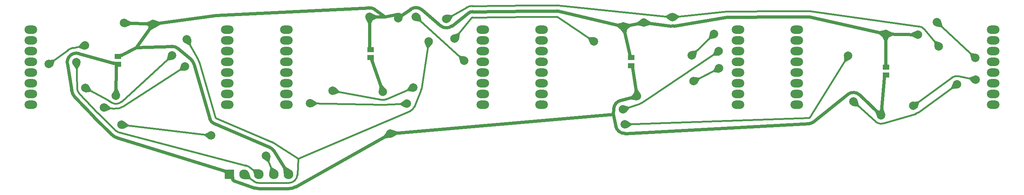
<source format=gbr>
G04 DipTrace 2.4.0.2*
%INÂåðõí³é.gbr*%
%MOMM*%
%ADD13C,0.8*%
%ADD14C,0.4*%
%ADD16R,2.3X2.3*%
%ADD17C,2.3*%
%ADD19O,3.0X2.0*%
%ADD22R,1.5X1.3*%
%ADD23C,2.0*%
%FSLAX53Y53*%
G04*
G71*
G90*
G75*
G01*
%LNTop*%
%LPD*%
X217136Y28663D2*
D13*
X217701Y28865D1*
X217260Y30097D1*
X216614Y28959D1*
X217136Y28663D1*
X101194Y24391D2*
X100707Y24743D1*
X99940Y23682D1*
X101245Y23793D1*
X101194Y24391D1*
X159467Y33230D2*
X159968Y33561D1*
X159246Y34653D1*
X158890Y33393D1*
X159467Y33230D1*
X101194Y24391D2*
X101490Y23869D1*
X102628Y24516D1*
X101395Y24956D1*
X101194Y24391D1*
X36392Y33375D2*
X36940Y33618D1*
X36410Y34815D1*
X35850Y33632D1*
X36392Y33375D1*
X217136Y28663D2*
X217334Y29229D1*
X216098Y29661D1*
X216577Y28443D1*
X217136Y28663D1*
X159467Y33230D2*
X159087Y33694D1*
X158074Y32865D1*
X159363Y32639D1*
X159467Y33230D1*
X99447Y34291D2*
X99888Y34732D1*
X98970Y35650D1*
X98849Y34347D1*
X99447Y34291D1*
X218261Y38257D2*
X217911Y38007D1*
X158098Y40477D2*
X158448Y40227D1*
X96510Y42382D2*
X96860Y42132D1*
X36826Y40799D2*
X36476Y40549D1*
X36392Y33375D1*
X36826Y40799D2*
X36476Y41049D1*
X63176Y14762D2*
X62426Y15512D1*
X62026D1*
G02X61907Y15530I0J398D01*
G01*
X36758Y23325D1*
G02X35427Y24119I977J3152D01*
G01*
X31234Y28223D1*
X31191Y28266D1*
X31149Y28310D1*
X26765Y32931D1*
G02X25898Y34693I2394J2271D01*
G01*
X24920Y40962D1*
G02X27621Y43365I2124J332D01*
G01*
X35808Y41086D1*
G03X36076Y41049I268J962D01*
G01*
X36476D1*
X63176Y14762D2*
D3*
X101194Y24391D2*
X78875Y11760D1*
G02X77176Y11312I-1699J3003D01*
G01*
X70176D1*
G02X69042Y11504I-1J3448D01*
G01*
X65920Y12590D1*
X65895Y12598D1*
X65870Y12608D1*
X64186Y13237D1*
G02X63926Y13612I140J375D01*
G01*
Y14012D1*
X63176Y14762D1*
X217136Y28663D2*
X212083Y33524D1*
G03X209248Y33653I-1491J-1549D01*
G01*
X201045Y27082D1*
G02X200159Y26744I-969J1210D01*
G01*
X156674Y24413D1*
G02X154454Y26124I-115J2147D01*
G01*
X153863Y28975D1*
X101194Y24391D1*
X217911Y38007D2*
Y37607D1*
X217910Y37590D1*
X217909Y37572D1*
X217136Y28663D1*
X159467Y33230D2*
X155591Y32215D1*
G03X153996Y30343I545J-2080D01*
G01*
X153863Y28975D1*
X158448Y40227D2*
Y39827D1*
X158449Y39796D1*
X158453Y39766D1*
X159467Y33230D1*
X96860Y42132D2*
Y41732D1*
G03X96882Y41599I400J0D01*
G01*
X99447Y34291D1*
X73676Y14762D2*
D14*
X74177Y15569D1*
X73052Y16268D1*
X72751Y14978D1*
X73676Y14762D1*
X71860Y19146D2*
X71403Y18489D1*
X72426Y17779D1*
X72647Y19004D1*
X71860Y19146D1*
X73676Y14762D2*
X71860Y19146D1*
X66676Y14762D2*
Y13784D1*
X67980D1*
X67582Y15047D1*
X66676Y14762D1*
X110276Y46226D2*
X109545Y45901D1*
X110050Y44763D1*
X110875Y45696D1*
X110276Y46226D1*
X230764Y45063D2*
X230998Y45828D1*
X229807Y46191D1*
X229971Y44957D1*
X230764Y45063D1*
X167815Y52002D2*
X168315Y51378D1*
X169287Y52155D1*
X168176Y52717D1*
X167815Y52002D1*
X167455Y52717D1*
X166343Y52155D1*
X167316Y51378D1*
X167815Y52002D1*
X114443Y51587D2*
X115150Y51212D1*
X115734Y52312D1*
X114491Y52386D1*
X114443Y51587D1*
X53124Y46728D2*
X52749Y46020D1*
X53850Y45438D1*
X53922Y46681D1*
X53124Y46728D1*
X66676Y14762D2*
X68916Y13082D1*
G03X70176Y12662I1260J1680D01*
G01*
X77176D1*
G03X79273Y14665I0J2100D01*
G01*
X79448Y18442D1*
X105832Y29673D1*
G03X106876Y30737I-764J1794D01*
G01*
X108423Y34565D1*
G03X108542Y34998I-1813J732D01*
G01*
X110276Y46226D1*
X230764Y45063D2*
X227320Y49125D1*
G03X226102Y49795I-1487J-1261D01*
G01*
X200318Y53391D1*
G03X200076Y53408I-243J-1743D01*
G01*
X194708D1*
X180774Y53337D1*
X180689Y53334D1*
X180603Y53328D1*
X167815Y52002D1*
X79448Y18442D2*
X73747Y22094D1*
G03X73240Y22363I-1890J-2952D01*
G01*
X60018Y28037D1*
G02X59905Y28165I79J184D01*
G01*
X56077Y41299D1*
G03X55766Y42038I-3361J-979D01*
G01*
X53124Y46728D1*
X167815Y52002D2*
X161274Y52682D1*
X161270D1*
X140848Y54758D1*
G03X140555Y54773I-295J-2910D01*
G01*
X134124D1*
X134108D1*
X134093Y54772D1*
X120588Y54630D1*
G03X119199Y54258I31J-2901D01*
G01*
X114443Y51587D1*
X49655Y42904D2*
X48882Y43108D1*
X48565Y41903D1*
X49792Y42116D1*
X49655Y42904D1*
X29159Y35202D2*
X29215Y34404D1*
X30457Y34492D1*
X29861Y35585D1*
X29159Y35202D1*
X49655Y42904D2*
X37711Y31938D1*
G02X35320Y31746I-1319J1437D01*
G01*
X34614Y32210D1*
X34547Y32252D1*
X34479Y32292D1*
X29159Y35202D1*
X29051Y45291D2*
X28478Y45863D1*
X27602Y44987D1*
X28766Y44543D1*
X29051Y45291D1*
X20546Y40854D2*
X21293Y40569D1*
X21738Y41732D1*
X20495Y41652D1*
X20546Y40854D1*
X29051Y45291D2*
X26325Y44719D1*
G03X24968Y44111I718J-3424D01*
G01*
X20546Y40854D1*
X107253Y52097D2*
X107118Y51309D1*
X108345Y51097D1*
X108027Y52301D1*
X107253Y52097D1*
X118644Y41665D2*
X118780Y42453D1*
X117552Y42664D1*
X117870Y41461D1*
X118644Y41665D1*
X107253Y52097D2*
X118644Y41665D1*
X172383Y42948D2*
X173161Y42760D1*
X173453Y43971D1*
X172231Y43734D1*
X172383Y42948D1*
X177649Y47978D2*
X176871Y48166D1*
X176579Y46956D1*
X177801Y47193D1*
X177649Y47978D1*
X172383Y42948D2*
X177649Y47978D1*
X230337Y50781D2*
X230194Y49994D1*
X231419Y49770D1*
X231113Y50977D1*
X230337Y50781D1*
X239386Y42328D2*
X239529Y43115D1*
X238304Y43338D1*
X238610Y42131D1*
X239386Y42328D1*
X230337Y50781D2*
X239386Y42328D1*
X27044Y41293D2*
X26383Y40843D1*
X27084Y39814D1*
X27729Y40879D1*
X27044Y41293D1*
X70176Y14762D2*
Y15740D1*
X68872D1*
X69270Y14477D1*
X70176Y14762D1*
X27044Y41293D2*
X27210Y35150D1*
G03X27744Y33860I1949J52D01*
G01*
X32128Y29239D1*
X32153Y29213D1*
X32179Y29187D1*
X36371Y25083D1*
G03X37244Y24590I1364J1394D01*
G01*
X67204Y16794D1*
G02X67936Y16442I-528J-2031D01*
G01*
X70176Y14762D1*
X58892Y23907D2*
X58543Y24627D1*
X57422Y24086D1*
X58381Y23291D1*
X58892Y23907D1*
X37735Y26477D2*
X38083Y25756D1*
X39204Y26298D1*
X38246Y27093D1*
X37735Y26477D1*
X58892Y23907D2*
X37735Y26477D1*
X149289Y46243D2*
Y47068D1*
X148060D1*
X148554Y45925D1*
X149289Y46243D1*
X116401Y46916D2*
X117195Y46823D1*
X117341Y48059D1*
X116156Y47678D1*
X116401Y46916D1*
X149289Y46243D2*
X140666Y52038D1*
G03X140555Y52073I-112J-166D01*
G01*
X134124D1*
X120617Y51930D1*
G03X120464Y51857I2J-201D01*
G01*
X116401Y46916D1*
X209330Y42838D2*
X208550D1*
Y41580D1*
X209675Y42116D1*
X209330Y42838D1*
X156559Y26560D2*
X157015Y25903D1*
X158038Y26612D1*
X156968Y27248D1*
X156559Y26560D1*
X209330Y42838D2*
X200246Y28186D1*
G02X200083Y28092I-170J106D01*
G01*
X156559Y26560D1*
X96288Y52048D2*
D13*
X95742Y51798D1*
X96288Y50608D1*
X96833Y51798D1*
X96288Y52048D1*
X218187Y47982D2*
X218428Y47432D1*
X219626Y47959D1*
X218445Y48523D1*
X218187Y47982D1*
X225833Y47864D2*
X225591Y48413D1*
X224393Y47886D1*
X225574Y47322D1*
X225833Y47864D1*
X156281Y49745D2*
X156637Y49262D1*
X157691Y50039D1*
X156415Y50330D1*
X156281Y49745D1*
X161073Y50742D2*
X160717Y51225D1*
X159663Y50449D1*
X160939Y50157D1*
X161073Y50742D1*
X45145Y50356D2*
X45468Y49850D1*
X46572Y50553D1*
X45318Y50930D1*
X45145Y50356D1*
X156281Y49745D2*
X155802Y49384D1*
X156590Y48339D1*
X156868Y49618D1*
X156281Y49745D1*
X38293Y50605D2*
X38523Y50051D1*
X39732Y50553D1*
X38563Y51141D1*
X38293Y50605D1*
X45145Y50356D2*
X44915Y50910D1*
X43706Y50408D1*
X44876Y49820D1*
X45145Y50356D1*
X218187Y47982D2*
X218063Y48569D1*
X216782Y48299D1*
X217823Y47505D1*
X218187Y47982D1*
X161073Y50742D2*
X161247Y50168D1*
X162500Y50550D1*
X161393Y51249D1*
X161073Y50742D1*
X77176Y14762D2*
X77585Y15391D1*
X76214Y16283D1*
X76432Y14662D1*
X77176Y14762D1*
X218187Y47982D2*
X217641Y47732D1*
X218187Y46542D1*
X218732Y47732D1*
X218187Y47982D1*
X96288Y52048D2*
X96546Y51506D1*
X97728Y52069D1*
X96530Y52597D1*
X96288Y52048D1*
X103053Y51754D2*
X103642Y51641D1*
X103772Y52316D1*
X103053Y51754D1*
X45145Y50356D2*
X44556Y50468D1*
X44312Y49181D1*
X45445Y49836D1*
X156281Y49745D2*
X156164Y50334D1*
X154880Y50077D1*
X155912Y49272D1*
X156281Y49745D1*
X96510Y44282D2*
X96288Y44532D1*
X36826Y42699D2*
X37176Y42949D1*
X158098Y42377D2*
X157748Y42627D1*
X38293Y50605D2*
X45145Y50356D1*
X218261Y40157D2*
X218187Y40407D1*
X37176Y42949D2*
X37576D1*
G03X37759Y42993I0J400D01*
G01*
X41164Y44744D1*
X49577Y45053D1*
G02X51042Y44547I79J-2149D01*
G01*
X54103Y41963D1*
G02X54780Y40921I-1387J-1643D01*
G01*
X58609Y27787D1*
G03X59486Y26796I1488J434D01*
G01*
X72707Y21122D1*
G02X73677Y20295I-848J-1976D01*
G01*
X77176Y14762D1*
X103772Y52316D2*
X106037Y53870D1*
G02X108655Y53727I1216J-1773D01*
G01*
X113042Y49957D1*
G03X115770Y49896I1401J1631D01*
G01*
X119662Y52949D1*
G02X120603Y53280I957J-1220D01*
G01*
X134107Y53422D1*
X134116Y53423D1*
X134124D1*
X140555D1*
G02X140911Y53381I1J-1547D01*
G01*
X156281Y49745D1*
X103772Y52316D2*
X103085Y52353D1*
X103053Y51754D1*
X103770Y52318D2*
X103772Y52316D1*
X96288Y52048D2*
X99901Y52100D1*
X102887Y52651D1*
G02X103770Y52318I166J-897D01*
G01*
X96288Y44532D2*
Y52048D1*
X45145Y50356D2*
X41164Y44744D1*
X218187Y47982D2*
X225833Y47864D1*
X161073Y50742D2*
X167528Y49872D1*
G03X168170Y49882I287J2131D01*
G01*
X180717Y51981D1*
X180749Y51985D1*
X180781Y51987D1*
X194715Y52058D1*
X200076D1*
X200120Y52056D1*
X200164Y52048D1*
X218187Y47982D1*
X156281Y49745D2*
X161073Y50742D1*
X157748Y42627D2*
Y43027D1*
X157746Y43070D1*
X157739Y43113D1*
X156281Y49745D1*
X45145Y50356D2*
X60043Y52412D1*
X60060Y52414D1*
X60078Y52415D1*
X96182Y54195D1*
G02X97542Y53794I106J-2148D01*
G01*
X99901Y52100D1*
X218187Y40407D2*
Y47982D1*
X33543Y30581D2*
D14*
X33896Y29863D1*
X35013Y30412D1*
X34049Y31200D1*
X33543Y30581D1*
X52716Y40320D2*
X51987Y40647D1*
X51477Y39511D1*
X52716D1*
Y40320D1*
X33543Y30581D2*
X36039Y30295D1*
G03X38085Y30778I353J3079D01*
G01*
X52716Y40320D1*
X106615Y35296D2*
X105949Y35739D1*
X105259Y34703D1*
X106488Y34506D1*
X106615Y35296D1*
X87602Y34562D2*
X87901Y33820D1*
X89056Y34286D1*
X88153Y35143D1*
X87602Y34562D1*
X106615Y35296D2*
X100227Y32505D1*
G02X99082Y32376I-781J1787D01*
G01*
X87602Y34562D1*
X105068Y31468D2*
X104603Y32118D1*
X103590Y31394D1*
X104670Y30774D1*
X105068Y31468D1*
X82254Y31589D2*
X82671Y30906D1*
X83734Y31555D1*
X82702Y32252D1*
X82254Y31589D1*
X105068Y31468D2*
X99601Y31195D1*
X99488Y31192D1*
X99375D1*
X82254Y31589D1*
X172808Y36825D2*
X173495Y36415D1*
X174133Y37484D1*
X172896Y37620D1*
X172808Y36825D1*
X178860Y39836D2*
X178173Y40246D1*
X177535Y39176D1*
X178772Y39041D1*
X178860Y39836D1*
X172808Y36825D2*
X178860Y39836D1*
X156136Y30135D2*
X156750Y29623D1*
X157547Y30580D1*
X156346Y30907D1*
X156136Y30135D1*
X178798Y43955D2*
X178063Y44270D1*
X177572Y43125D1*
X178798D1*
Y43955D1*
X156136Y30135D2*
X160053Y31370D1*
G03X160560Y31615I-587J1861D01*
G01*
X178798Y43955D1*
X224731Y30938D2*
X225477Y30650D1*
X225924Y31812D1*
X224681Y31736D1*
X224731Y30938D1*
X239480Y37174D2*
X239185Y37918D1*
X238027Y37459D1*
X238896Y36591D1*
X239480Y37174D1*
X224731Y30938D2*
X233871Y37636D1*
G02X235400Y37976I1153J-1573D01*
G01*
X239480Y37174D1*
X210593Y31975D2*
X210460Y31186D1*
X211688Y30979D1*
X211365Y32182D1*
X210593Y31975D1*
X235023Y36063D2*
X234277Y36350D1*
X233830Y35188D1*
X235072Y35265D1*
X235023Y36063D1*
X210593Y31975D2*
X215824Y27220D1*
G03X217695Y26795I1312J1443D01*
G01*
X225290Y29070D1*
G03X225883Y29365I-559J1867D01*
G01*
X235023Y36063D1*
D23*
X99447Y34291D3*
X217136Y28663D3*
X36392Y33375D3*
X159467Y33230D3*
X101194Y24391D3*
X71860Y19146D3*
X53124Y46728D3*
X114443Y51587D3*
X230764Y45063D3*
X110276Y46226D3*
X167815Y52002D3*
X49655Y42904D3*
X29159Y35202D3*
X29051Y45291D3*
X20546Y40854D3*
X107253Y52097D3*
X118644Y41665D3*
X172383Y42948D3*
X177649Y47978D3*
X230337Y50781D3*
X239386Y42328D3*
X27044Y41293D3*
X58892Y23907D3*
X37735Y26477D3*
X149289Y46243D3*
X116401Y46916D3*
X209330Y42838D3*
X156559Y26560D3*
X225833Y47864D3*
X38293Y50605D3*
X103053Y51754D3*
X161073Y50742D3*
X156281Y49745D3*
X218187Y47982D3*
X45145Y50356D3*
X96288Y52048D3*
X33543Y30581D3*
X52716Y40320D3*
X106615Y35296D3*
X87602Y34562D3*
X105068Y31468D3*
X82254Y31589D3*
X172808Y36825D3*
X178860Y39836D3*
X156136Y30135D3*
X178798Y43955D3*
X224731Y30938D3*
X239480Y37174D3*
X210593Y31975D3*
X235023Y36063D3*
D16*
X63176Y14762D3*
D17*
X66676D3*
X70176D3*
X73676D3*
X77176D3*
D19*
X62665Y31210D3*
Y33750D3*
Y36290D3*
Y38830D3*
Y41370D3*
Y43910D3*
Y46450D3*
Y48990D3*
X16265Y31210D3*
Y33750D3*
Y36290D3*
Y38830D3*
Y41370D3*
Y43910D3*
Y46450D3*
Y48990D3*
X123018Y31210D3*
Y33750D3*
Y36290D3*
Y38830D3*
Y41370D3*
Y43910D3*
Y46450D3*
Y48990D3*
X76618Y31210D3*
Y33750D3*
Y36290D3*
Y38830D3*
Y41370D3*
Y43910D3*
Y46450D3*
Y48990D3*
X183337Y31210D3*
Y33750D3*
Y36290D3*
Y38830D3*
Y41370D3*
Y43910D3*
Y46450D3*
Y48990D3*
X136937Y31210D3*
Y33750D3*
Y36290D3*
Y38830D3*
Y41370D3*
Y43910D3*
Y46450D3*
Y48990D3*
X243655Y31210D3*
Y33750D3*
Y36290D3*
Y38830D3*
Y41370D3*
Y43910D3*
Y46450D3*
Y48990D3*
X197255Y31210D3*
Y33750D3*
Y36290D3*
Y38830D3*
Y41370D3*
Y43910D3*
Y46450D3*
Y48990D3*
D22*
X96510Y44282D3*
Y42382D3*
X36826Y42699D3*
Y40799D3*
X158098Y42377D3*
Y40477D3*
X218261Y40157D3*
Y38257D3*
M02*

</source>
